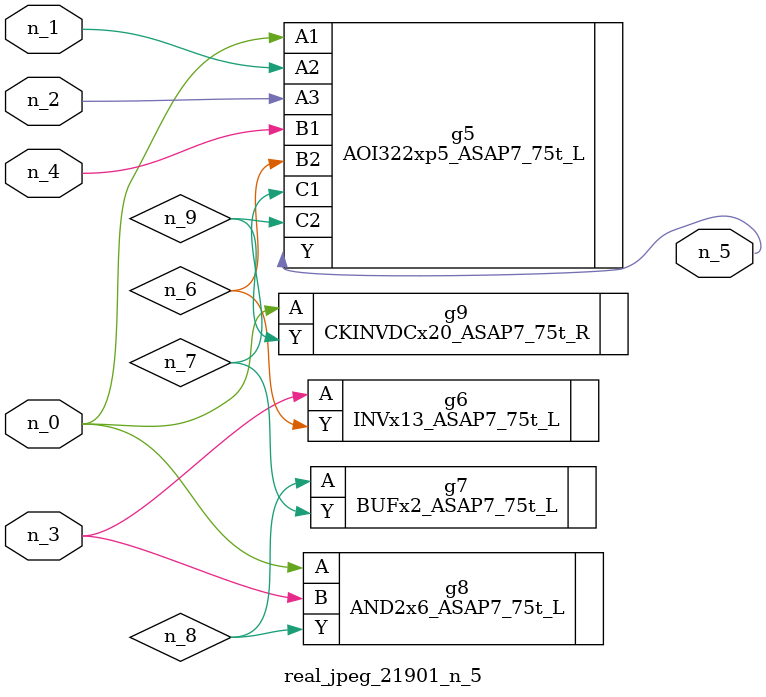
<source format=v>
module real_jpeg_21901_n_5 (n_4, n_0, n_1, n_2, n_3, n_5);

input n_4;
input n_0;
input n_1;
input n_2;
input n_3;

output n_5;

wire n_8;
wire n_6;
wire n_7;
wire n_9;

AOI322xp5_ASAP7_75t_L g5 ( 
.A1(n_0),
.A2(n_1),
.A3(n_2),
.B1(n_4),
.B2(n_6),
.C1(n_7),
.C2(n_9),
.Y(n_5)
);

AND2x6_ASAP7_75t_L g8 ( 
.A(n_0),
.B(n_3),
.Y(n_8)
);

CKINVDCx20_ASAP7_75t_R g9 ( 
.A(n_0),
.Y(n_9)
);

INVx13_ASAP7_75t_L g6 ( 
.A(n_3),
.Y(n_6)
);

BUFx2_ASAP7_75t_L g7 ( 
.A(n_8),
.Y(n_7)
);


endmodule
</source>
